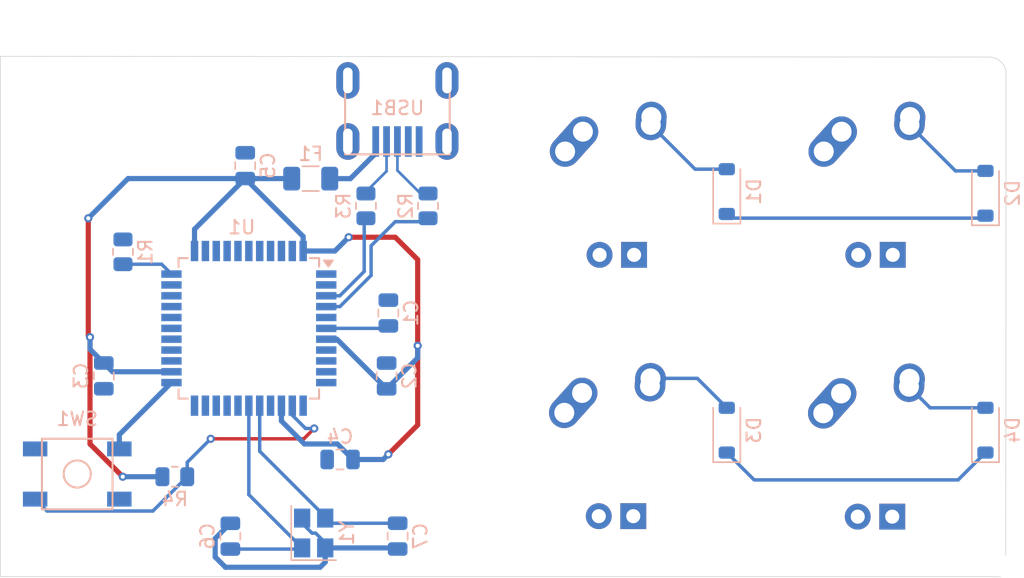
<source format=kicad_pcb>
(kicad_pcb (version 20241229) (generator "pcbnew") (generator_version "9.0")
  (layers (0 "F.Cu" signal) (2 "B.Cu" signal) (13 "F.Paste" user) (15 "B.Paste" user) (5 "F.SilkS" user "F.Silkscreen") (7 "B.SilkS" user "B.Silkscreen") (1 "F.Mask" user) (3 "B.Mask" user) (25 "Edge.Cuts" user))
  (net 0 "")
  (net 1 "GND")
  (net 2 "Net-(U1-UCAP)")
  (net 3 "+5V")
  (net 4 "Net-(U1-XTAL1)")
  (net 5 "Net-(U1-XTAL2)")
  (net 6 "ROW0")
  (net 7 "Net-(D1-A)")
  (net 8 "Net-(D2-A)")
  (net 9 "Net-(D3-A)")
  (net 10 "ROW1")
  (net 11 "Net-(D4-A)")
  (net 12 "VCC")
  (net 13 "COL0")
  (net 14 "COL1")
  (net 15 "Net-(U1-~{HWB}{slash}PE2)")
  (net 16 "Net-(U1-D+)")
  (net 17 "D+")
  (net 18 "D-")
  (net 19 "Net-(U1-D-)")
  (net 20 "Net-(U1-~{RESET})")
  (footprint "MX_Alps_Hybrid:MX-1U" (layer "F.Cu") (at 141.9225 50.32375)
    (property "Reference" "MX1")
    (property "Value" "MX-NoLED")
    (pad "" np_thru_hole circle (at -5.08 0 48.0996) (size 1.75 1.75) (drill 1.75) (layers "*.Cu" "*.Mask"))
    (pad "" np_thru_hole circle (at 0 0) (size 3.9878 3.9878) (drill 3.9878) (layers "*.Cu" "*.Mask"))
    (pad "" np_thru_hole circle (at 5.08 0 48.0996) (size 1.75 1.75) (drill 1.75) (layers "*.Cu" "*.Mask"))
    (pad "1" thru_hole oval (at -3.81 -2.54 48.0996) (size 4.211556 2.25) (drill 1.47 (offset 0.980778 0)) (layers "*.Cu" "B.Mask") (net 13 "COL0"))
    (pad "1" thru_hole circle (at -2.5 -4) (size 2.25 2.25) (drill 1.47) (layers "*.Cu" "B.Mask") (net 13 "COL0"))
    (pad "2" thru_hole oval (at 2.5 -4.5 86.0548) (size 2.831378 2.25) (drill 1.47 (offset 0.290689 0)) (layers "*.Cu" "B.Mask") (net 7 "Net-(D1-A)"))
    (pad "2" thru_hole circle (at 2.54 -5.08) (size 2.25 2.25) (drill 1.47) (layers "*.Cu" "B.Mask") (net 7 "Net-(D1-A)"))
    (pad "3" thru_hole circle (at -1.27 5.08) (size 1.905 1.905) (drill 1.04) (layers "*.Cu" "B.Mask"))
    (pad "4" thru_hole rect (at 1.27 5.08) (size 1.905 1.905) (drill 1.04) (layers "*.Cu" "B.Mask"))
  )
  (footprint "MX_Alps_Hybrid:MX-1U" (layer "F.Cu") (at 160.933905 69.619095)
    (property "Reference" "MX4")
    (property "Value" "MX-NoLED")
    (pad "" np_thru_hole circle (at -5.08 0 48.0996) (size 1.75 1.75) (drill 1.75) (layers "*.Cu" "*.Mask"))
    (pad "" np_thru_hole circle (at 0 0) (size 3.9878 3.9878) (drill 3.9878) (layers "*.Cu" "*.Mask"))
    (pad "" np_thru_hole circle (at 5.08 0 48.0996) (size 1.75 1.75) (drill 1.75) (layers "*.Cu" "*.Mask"))
    (pad "1" thru_hole oval (at -3.81 -2.54 48.0996) (size 4.211556 2.25) (drill 1.47 (offset 0.980778 0)) (layers "*.Cu" "B.Mask") (net 14 "COL1"))
    (pad "1" thru_hole circle (at -2.5 -4) (size 2.25 2.25) (drill 1.47) (layers "*.Cu" "B.Mask") (net 14 "COL1"))
    (pad "2" thru_hole oval (at 2.5 -4.5 86.0548) (size 2.831378 2.25) (drill 1.47 (offset 0.290689 0)) (layers "*.Cu" "B.Mask") (net 11 "Net-(D4-A)"))
    (pad "2" thru_hole circle (at 2.54 -5.08) (size 2.25 2.25) (drill 1.47) (layers "*.Cu" "B.Mask") (net 11 "Net-(D4-A)"))
    (pad "3" thru_hole circle (at -1.27 5.08) (size 1.905 1.905) (drill 1.04) (layers "*.Cu" "B.Mask"))
    (pad "4" thru_hole rect (at 1.27 5.08) (size 1.905 1.905) (drill 1.04) (layers "*.Cu" "B.Mask"))
  )
  (footprint "MX_Alps_Hybrid:MX-1U" (layer "F.Cu") (at 160.9725 50.32375)
    (property "Reference" "MX2")
    (property "Value" "MX-NoLED")
    (pad "" np_thru_hole circle (at -5.08 0 48.0996) (size 1.75 1.75) (drill 1.75) (layers "*.Cu" "*.Mask"))
    (pad "" np_thru_hole circle (at 0 0) (size 3.9878 3.9878) (drill 3.9878) (layers "*.Cu" "*.Mask"))
    (pad "" np_thru_hole circle (at 5.08 0 48.0996) (size 1.75 1.75) (drill 1.75) (layers "*.Cu" "*.Mask"))
    (pad "1" thru_hole oval (at -3.81 -2.54 48.0996) (size 4.211556 2.25) (drill 1.47 (offset 0.980778 0)) (layers "*.Cu" "B.Mask") (net 14 "COL1"))
    (pad "1" thru_hole circle (at -2.5 -4) (size 2.25 2.25) (drill 1.47) (layers "*.Cu" "B.Mask") (net 14 "COL1"))
    (pad "2" thru_hole oval (at 2.5 -4.5 86.0548) (size 2.831378 2.25) (drill 1.47 (offset 0.290689 0)) (layers "*.Cu" "B.Mask") (net 8 "Net-(D2-A)"))
    (pad "2" thru_hole circle (at 2.54 -5.08) (size 2.25 2.25) (drill 1.47) (layers "*.Cu" "B.Mask") (net 8 "Net-(D2-A)"))
    (pad "3" thru_hole circle (at -1.27 5.08) (size 1.905 1.905) (drill 1.04) (layers "*.Cu" "B.Mask"))
    (pad "4" thru_hole rect (at 1.27 5.08) (size 1.905 1.905) (drill 1.04) (layers "*.Cu" "B.Mask"))
  )
  (footprint "MX_Alps_Hybrid:MX-1U" (layer "F.Cu") (at 141.862047 69.583178)
    (property "Reference" "MX3")
    (property "Value" "MX-NoLED")
    (pad "" np_thru_hole circle (at -5.08 0 48.0996) (size 1.75 1.75) (drill 1.75) (layers "*.Cu" "*.Mask"))
    (pad "" np_thru_hole circle (at 0 0) (size 3.9878 3.9878) (drill 3.9878) (layers "*.Cu" "*.Mask"))
    (pad "" np_thru_hole circle (at 5.08 0 48.0996) (size 1.75 1.75) (drill 1.75) (layers "*.Cu" "*.Mask"))
    (pad "1" thru_hole oval (at -3.81 -2.54 48.0996) (size 4.211556 2.25) (drill 1.47 (offset 0.980778 0)) (layers "*.Cu" "B.Mask") (net 13 "COL0"))
    (pad "1" thru_hole circle (at -2.5 -4) (size 2.25 2.25) (drill 1.47) (layers "*.Cu" "B.Mask") (net 13 "COL0"))
    (pad "2" thru_hole oval (at 2.5 -4.5 86.0548) (size 2.831378 2.25) (drill 1.47 (offset 0.290689 0)) (layers "*.Cu" "B.Mask") (net 9 "Net-(D3-A)"))
    (pad "2" thru_hole circle (at 2.54 -5.08) (size 2.25 2.25) (drill 1.47) (layers "*.Cu" "B.Mask") (net 9 "Net-(D3-A)"))
    (pad "3" thru_hole circle (at -1.27 5.08) (size 1.905 1.905) (drill 1.04) (layers "*.Cu" "B.Mask"))
    (pad "4" thru_hole rect (at 1.27 5.08) (size 1.905 1.905) (drill 1.04) (layers "*.Cu" "B.Mask"))
  )
  (footprint "Resistor_SMD:R_0805_2012Metric" (layer "B.Cu") (at 105.552 55.1795 90)
    (property "Reference" "R1" (at 0 1.65 90) (layer "B.SilkS") (effects (justify mirror)))
    (property "Value" "10k")
    (fp_line (start -0.227064 -0.735) (end 0.227064 -0.735) (stroke (width 0.12)) (layer "B.SilkS"))
    (fp_line (start -0.227064 0.735) (end 0.227064 0.735) (stroke (width 0.12)) (layer "B.SilkS"))
    (pad "1" smd roundrect (at -0.9125 0 90) (size 1.025 1.4) (layers "B.Cu" "B.Mask" "B.Paste") (roundrect_rratio 0.243902) (net 15 "Net-(U1-~{HWB}{slash}PE2)"))
    (pad "2" smd roundrect (at 0.9125 0 90) (size 1.025 1.4) (layers "B.Cu" "B.Mask" "B.Paste") (roundrect_rratio 0.243902) (net 1 "GND"))
  )
  (footprint "Resistor_SMD:R_0805_2012Metric" (layer "B.Cu") (at 109.3705 71.755)
    (property "Reference" "R4" (at 0 1.65 0) (layer "B.SilkS") (effects (justify mirror)))
    (property "Value" "10k")
    (fp_line (start -0.227064 -0.735) (end 0.227064 -0.735) (stroke (width 0.12)) (layer "B.SilkS"))
    (fp_line (start -0.227064 0.735) (end 0.227064 0.735) (stroke (width 0.12)) (layer "B.SilkS"))
    (pad "1" smd roundrect (at -0.9125 0) (size 1.025 1.4) (layers "B.Cu" "B.Mask" "B.Paste") (roundrect_rratio 0.243902) (net 3 "+5V"))
    (pad "2" smd roundrect (at 0.9125 0) (size 1.025 1.4) (layers "B.Cu" "B.Mask" "B.Paste") (roundrect_rratio 0.243902) (net 20 "Net-(U1-~{RESET})"))
  )
  (footprint "Capacitor_SMD:C_0805_2012Metric" (layer "B.Cu") (at 104.14 64.323 -90)
    (property "Reference" "C3" (at 0 1.68 90) (layer "B.SilkS") (effects (justify mirror)))
    (property "Value" "0.1uF")
    (fp_line (start -0.261252 0.735) (end 0.261252 0.735) (stroke (width 0.12)) (layer "B.SilkS"))
    (fp_line (start -0.261252 -0.735) (end 0.261252 -0.735) (stroke (width 0.12)) (layer "B.SilkS"))
    (pad "1" smd roundrect (at -0.95 0 270) (size 1 1.45) (layers "B.Cu" "B.Mask" "B.Paste") (net 3 "+5V"))
    (pad "2" smd roundrect (at 0.95 0 270) (size 1 1.45) (layers "B.Cu" "B.Mask" "B.Paste") (net 1 "GND"))
  )
  (footprint "Fuse:Fuse_1206_3216Metric" (layer "B.Cu") (at 119.377 49.784 180)
    (property "Reference" "F1" (at 0 1.82 0) (layer "B.SilkS") (effects (justify mirror)))
    (property "Value" "500mA")
    (fp_line (start -0.602064 0.91) (end 0.602064 0.91) (stroke (width 0.12)) (layer "B.SilkS"))
    (fp_line (start -0.602064 -0.91) (end 0.602064 -0.91) (stroke (width 0.12)) (layer "B.SilkS"))
    (pad "1" smd roundrect (at -1.4 0 180) (size 1.25 1.75) (layers "B.Cu" "B.Mask" "B.Paste") (roundrect_rratio 0.2) (net 12 "VCC"))
    (pad "2" smd roundrect (at 1.4 0 180) (size 1.25 1.75) (layers "B.Cu" "B.Mask" "B.Paste") (roundrect_rratio 0.2) (net 3 "+5V"))
  )
  (footprint "Capacitor_SMD:C_0805_2012Metric" (layer "B.Cu") (at 125.779 76.134 90)
    (property "Reference" "C7" (at 0 1.68 90) (layer "B.SilkS") (effects (justify mirror)))
    (property "Value" "22pF")
    (fp_line (start -0.261252 -0.735) (end 0.261252 -0.735) (stroke (width 0.12)) (layer "B.SilkS"))
    (fp_line (start -0.261252 0.735) (end 0.261252 0.735) (stroke (width 0.12)) (layer "B.SilkS"))
    (pad "1" smd roundrect (at -0.95 0 90) (size 1 1.45) (layers "B.Cu" "B.Mask" "B.Paste") (net 1 "GND"))
    (pad "2" smd roundrect (at 0.95 0 90) (size 1 1.45) (layers "B.Cu" "B.Mask" "B.Paste") (net 5 "Net-(U1-XTAL2)"))
  )
  (footprint "Resistor_SMD:R_0805_2012Metric" (layer "B.Cu") (at 123.444 51.7925 -90)
    (property "Reference" "R3" (at 0 1.65 90) (layer "B.SilkS") (effects (justify mirror)))
    (property "Value" "22")
    (fp_line (start -0.227064 0.735) (end 0.227064 0.735) (stroke (width 0.12)) (layer "B.SilkS"))
    (fp_line (start -0.227064 -0.735) (end 0.227064 -0.735) (stroke (width 0.12)) (layer "B.SilkS"))
    (pad "1" smd roundrect (at -0.9125 0 270) (size 1.025 1.4) (layers "B.Cu" "B.Mask" "B.Paste") (roundrect_rratio 0.243902) (net 18 "D-"))
    (pad "2" smd roundrect (at 0.9125 0 270) (size 1.025 1.4) (layers "B.Cu" "B.Mask" "B.Paste") (roundrect_rratio 0.243902) (net 19 "Net-(U1-D-)"))
  )
  (footprint "Diode_SMD:D_SOD-123" (layer "B.Cu") (at 150.01875 68.325 90)
    (property "Reference" "D3" (at 0 2 90) (layer "B.SilkS") (effects (justify mirror)))
    (property "Value" "SOD-123")
    (fp_line (start -2.36 -1) (end 1.65 -1) (stroke (width 0.12)) (layer "B.SilkS"))
    (fp_line (start -2.36 1) (end -2.36 -1) (stroke (width 0.12)) (layer "B.SilkS"))
    (fp_line (start -2.36 1) (end 1.65 1) (stroke (width 0.12)) (layer "B.SilkS"))
    (pad "1" smd roundrect (at -1.65 0 90) (size 0.9 1.2) (layers "B.Cu" "B.Mask" "B.Paste") (net 10 "ROW1"))
    (pad "2" smd roundrect (at 1.65 0 90) (size 0.9 1.2) (layers "B.Cu" "B.Mask" "B.Paste") (net 9 "Net-(D3-A)"))
  )
  (footprint "Resistor_SMD:R_0805_2012Metric" (layer "B.Cu") (at 128.016 51.7925 -90)
    (property "Reference" "R2" (at 0 1.65 90) (layer "B.SilkS") (effects (justify mirror)))
    (property "Value" "22")
    (fp_line (start -0.227064 0.735) (end 0.227064 0.735) (stroke (width 0.12)) (layer "B.SilkS"))
    (fp_line (start -0.227064 -0.735) (end 0.227064 -0.735) (stroke (width 0.12)) (layer "B.SilkS"))
    (pad "1" smd roundrect (at -0.9125 0 270) (size 1.025 1.4) (layers "B.Cu" "B.Mask" "B.Paste") (roundrect_rratio 0.243902) (net 17 "D+"))
    (pad "2" smd roundrect (at 0.9125 0 270) (size 1.025 1.4) (layers "B.Cu" "B.Mask" "B.Paste") (roundrect_rratio 0.243902) (net 16 "Net-(U1-D+)"))
  )
  (footprint "Capacitor_SMD:C_0805_2012Metric" (layer "B.Cu") (at 125.095 59.69 90)
    (property "Reference" "C1" (at 0 1.68 90) (layer "B.SilkS") (effects (justify mirror)))
    (property "Value" "1uF")
    (fp_line (start -0.261252 -0.735) (end 0.261252 -0.735) (stroke (width 0.12)) (layer "B.SilkS"))
    (fp_line (start -0.261252 0.735) (end 0.261252 0.735) (stroke (width 0.12)) (layer "B.SilkS"))
    (pad "1" smd roundrect (at -0.95 0 90) (size 1 1.45) (layers "B.Cu" "B.Mask" "B.Paste") (net 2 "Net-(U1-UCAP)"))
    (pad "2" smd roundrect (at 0.95 0 90) (size 1 1.45) (layers "B.Cu" "B.Mask" "B.Paste") (net 1 "GND"))
  )
  (footprint "Capacitor_SMD:C_0805_2012Metric" (layer "B.Cu") (at 121.539 70.485 180)
    (property "Reference" "C4" (at 0 1.68 0) (layer "B.SilkS") (effects (justify mirror)))
    (property "Value" "0.1uF")
    (fp_line (start -0.261252 0.735) (end 0.261252 0.735) (stroke (width 0.12)) (layer "B.SilkS"))
    (fp_line (start -0.261252 -0.735) (end 0.261252 -0.735) (stroke (width 0.12)) (layer "B.SilkS"))
    (pad "1" smd roundrect (at -0.95 0 180) (size 1 1.45) (layers "B.Cu" "B.Mask" "B.Paste") (net 3 "+5V"))
    (pad "2" smd roundrect (at 0.95 0 180) (size 1 1.45) (layers "B.Cu" "B.Mask" "B.Paste") (net 1 "GND"))
  )
  (footprint "Capacitor_SMD:C_0805_2012Metric" (layer "B.Cu") (at 124.968 64.328 90)
    (property "Reference" "C2" (at 0 1.68 90) (layer "B.SilkS") (effects (justify mirror)))
    (property "Value" "0.1uF")
    (fp_line (start -0.261252 -0.735) (end 0.261252 -0.735) (stroke (width 0.12)) (layer "B.SilkS"))
    (fp_line (start -0.261252 0.735) (end 0.261252 0.735) (stroke (width 0.12)) (layer "B.SilkS"))
    (pad "1" smd roundrect (at -0.95 0 90) (size 1 1.45) (layers "B.Cu" "B.Mask" "B.Paste") (net 3 "+5V"))
    (pad "2" smd roundrect (at 0.95 0 90) (size 1 1.45) (layers "B.Cu" "B.Mask" "B.Paste") (net 1 "GND"))
  )
  (footprint "Diode_SMD:D_SOD-123" (layer "B.Cu") (at 169.06875 68.325 90)
    (property "Reference" "D4" (at 0 2 90) (layer "B.SilkS") (effects (justify mirror)))
    (property "Value" "SOD-123")
    (fp_line (start -2.36 -1) (end 1.65 -1) (stroke (width 0.12)) (layer "B.SilkS"))
    (fp_line (start -2.36 1) (end -2.36 -1) (stroke (width 0.12)) (layer "B.SilkS"))
    (fp_line (start -2.36 1) (end 1.65 1) (stroke (width 0.12)) (layer "B.SilkS"))
    (pad "1" smd roundrect (at -1.65 0 90) (size 0.9 1.2) (layers "B.Cu" "B.Mask" "B.Paste") (net 10 "ROW1"))
    (pad "2" smd roundrect (at 1.65 0 90) (size 0.9 1.2) (layers "B.Cu" "B.Mask" "B.Paste") (net 11 "Net-(D4-A)"))
  )
  (footprint "Capacitor_SMD:C_0805_2012Metric" (layer "B.Cu") (at 113.46 76.139 -90)
    (property "Reference" "C6" (at 0 1.68 90) (layer "B.SilkS") (effects (justify mirror)))
    (property "Value" "22pF")
    (fp_line (start -0.261252 0.735) (end 0.261252 0.735) (stroke (width 0.12)) (layer "B.SilkS"))
    (fp_line (start -0.261252 -0.735) (end 0.261252 -0.735) (stroke (width 0.12)) (layer "B.SilkS"))
    (pad "1" smd roundrect (at -0.95 0 270) (size 1 1.45) (layers "B.Cu" "B.Mask" "B.Paste") (net 1 "GND"))
    (pad "2" smd roundrect (at 0.95 0 270) (size 1 1.45) (layers "B.Cu" "B.Mask" "B.Paste") (net 4 "Net-(U1-XTAL1)"))
  )
  (footprint "Crystal:Crystal_SMD_3225-4Pin_3.2x2.5mm" (layer "B.Cu") (at 119.595 75.903 90)
    (property "Reference" "Y1" (at 0 2.45 90) (layer "B.SilkS") (effects (justify mirror)))
    (property "Value" "16MHz")
    (fp_line (start -2 -1.65) (end 2 -1.65) (stroke (width 0.12)) (layer "B.SilkS"))
    (fp_line (start -2 1.65) (end -2 -1.65) (stroke (width 0.12)) (layer "B.SilkS"))
    (pad "1" smd rect (at -1.1 -0.85 90) (size 1.4 1.2) (layers "B.Cu" "B.Mask" "B.Paste") (net 4 "Net-(U1-XTAL1)"))
    (pad "2" smd rect (at 1.1 -0.85 90) (size 1.4 1.2) (layers "B.Cu" "B.Mask" "B.Paste") (net 1 "GND"))
    (pad "3" smd rect (at 1.1 0.85 90) (size 1.4 1.2) (layers "B.Cu" "B.Mask" "B.Paste") (net 5 "Net-(U1-XTAL2)"))
    (pad "4" smd rect (at -1.1 0.85 90) (size 1.4 1.2) (layers "B.Cu" "B.Mask" "B.Paste") (net 1 "GND"))
  )
  (footprint "Capacitor_SMD:C_0805_2012Metric" (layer "B.Cu") (at 114.554 48.829 90)
    (property "Reference" "C5" (at 0 1.68 90) (layer "B.SilkS") (effects (justify mirror)))
    (property "Value" "10uF")
    (fp_line (start -0.261252 -0.735) (end 0.261252 -0.735) (stroke (width 0.12)) (layer "B.SilkS"))
    (fp_line (start -0.261252 0.735) (end 0.261252 0.735) (stroke (width 0.12)) (layer "B.SilkS"))
    (pad "1" smd roundrect (at -0.95 0 90) (size 1 1.45) (layers "B.Cu" "B.Mask" "B.Paste") (net 3 "+5V"))
    (pad "2" smd roundrect (at 0.95 0 90) (size 1 1.45) (layers "B.Cu" "B.Mask" "B.Paste") (net 1 "GND"))
  )
  (footprint "Package_QFP:TQFP-44_10x10mm_P0.8mm" (layer "B.Cu") (at 114.821 60.818 180)
    (property "Reference" "U1" (at 0.521 7.45 0) (layer "B.SilkS") (effects (justify mirror)))
    (property "Value" "ATmega32U4-A")
    (fp_line (start 5.175 5.175) (end 5.175 4.5) (stroke (width 0.15)) (layer "B.SilkS"))
    (fp_line (start 5.175 5.175) (end 4.5 5.175) (stroke (width 0.15)) (layer "B.SilkS"))
    (fp_line (start 5.175 -5.175) (end 5.175 -4.5) (stroke (width 0.15)) (layer "B.SilkS"))
    (fp_line (start 5.175 -5.175) (end 4.5 -5.175) (stroke (width 0.15)) (layer "B.SilkS"))
    (fp_line (start -5.175 5.175) (end -4.5 5.175) (stroke (width 0.15)) (layer "B.SilkS"))
    (fp_line (start -5.175 5.175) (end -5.175 4.56) (stroke (width 0.15)) (layer "B.SilkS"))
    (fp_line (start -5.175 -5.175) (end -4.5 -5.175) (stroke (width 0.15)) (layer "B.SilkS"))
    (fp_line (start -5.175 -5.175) (end -5.175 -4.5) (stroke (width 0.15)) (layer "B.SilkS"))
    (fp_poly (pts (xy -5.86 4.54) (xy -6.2 5.01) (xy -5.52 5.01) (xy -5.86 4.54)) (stroke (width 0.12)) (fill yes) (layer "B.SilkS"))
    (pad "1" smd rect (at -5.7 4 180) (size 1.5 0.55) (layers "B.Cu" "B.Mask" "B.Paste"))
    (pad "2" smd rect (at -5.7 3.2 180) (size 1.5 0.55) (layers "B.Cu" "B.Mask" "B.Paste") (net 3 "+5V"))
    (pad "3" smd rect (at -5.7 2.4 180) (size 1.5 0.55) (layers "B.Cu" "B.Mask" "B.Paste") (net 19 "Net-(U1-D-)"))
    (pad "4" smd rect (at -5.7 1.6 180) (size 1.5 0.55) (layers "B.Cu" "B.Mask" "B.Paste") (net 16 "Net-(U1-D+)"))
    (pad "5" smd rect (at -5.7 0.8 180) (size 1.5 0.55) (layers "B.Cu" "B.Mask" "B.Paste") (net 1 "GND"))
    (pad "6" smd rect (at -5.7 0 180) (size 1.5 0.55) (layers "B.Cu" "B.Mask" "B.Paste") (net 2 "Net-(U1-UCAP)"))
    (pad "7" smd rect (at -5.7 -0.8 180) (size 1.5 0.55) (layers "B.Cu" "B.Mask" "B.Paste") (net 3 "+5V"))
    (pad "8" smd rect (at -5.7 -1.6 180) (size 1.5 0.55) (layers "B.Cu" "B.Mask" "B.Paste"))
    (pad "9" smd rect (at -5.7 -2.4 180) (size 1.5 0.55) (layers "B.Cu" "B.Mask" "B.Paste"))
    (pad "10" smd rect (at -5.7 -3.2 180) (size 1.5 0.55) (layers "B.Cu" "B.Mask" "B.Paste"))
    (pad "11" smd rect (at -5.7 -4 180) (size 1.5 0.55) (layers "B.Cu" "B.Mask" "B.Paste"))
    (pad "12" smd rect (at -4 -5.7 90) (size 1.5 0.55) (layers "B.Cu" "B.Mask" "B.Paste"))
    (pad "13" smd rect (at -3.2 -5.7 90) (size 1.5 0.55) (layers "B.Cu" "B.Mask" "B.Paste") (net 20 "Net-(U1-~{RESET})"))
    (pad "14" smd rect (at -2.4 -5.7 90) (size 1.5 0.55) (layers "B.Cu" "B.Mask" "B.Paste") (net 3 "+5V"))
    (pad "15" smd rect (at -1.6 -5.7 90) (size 1.5 0.55) (layers "B.Cu" "B.Mask" "B.Paste") (net 1 "GND"))
    (pad "16" smd rect (at -0.8 -5.7 90) (size 1.5 0.55) (layers "B.Cu" "B.Mask" "B.Paste") (net 5 "Net-(U1-XTAL2)"))
    (pad "17" smd rect (at 0 -5.7 90) (size 1.5 0.55) (layers "B.Cu" "B.Mask" "B.Paste") (net 4 "Net-(U1-XTAL1)"))
    (pad "18" smd rect (at 0.8 -5.7 90) (size 1.5 0.55) (layers "B.Cu" "B.Mask" "B.Paste"))
    (pad "19" smd rect (at 1.6 -5.7 90) (size 1.5 0.55) (layers "B.Cu" "B.Mask" "B.Paste"))
    (pad "20" smd rect (at 2.4 -5.7 90) (size 1.5 0.55) (layers "B.Cu" "B.Mask" "B.Paste"))
    (pad "21" smd rect (at 3.2 -5.7 90) (size 1.5 0.55) (layers "B.Cu" "B.Mask" "B.Paste"))
    (pad "22" smd rect (at 4 -5.7 90) (size 1.5 0.55) (layers "B.Cu" "B.Mask" "B.Paste"))
    (pad "23" smd rect (at 5.7 -4 180) (size 1.5 0.55) (layers "B.Cu" "B.Mask" "B.Paste") (net 1 "GND"))
    (pad "24" smd rect (at 5.7 -3.2 180) (size 1.5 0.55) (layers "B.Cu" "B.Mask" "B.Paste") (net 3 "+5V"))
    (pad "25" smd rect (at 5.7 -2.4 180) (size 1.5 0.55) (layers "B.Cu" "B.Mask" "B.Paste"))
    (pad "26" smd rect (at 5.7 -1.6 180) (size 1.5 0.55) (layers "B.Cu" "B.Mask" "B.Paste"))
    (pad "27" smd rect (at 5.7 -0.8 180) (size 1.5 0.55) (layers "B.Cu" "B.Mask" "B.Paste"))
    (pad "28" smd rect (at 5.7 0 180) (size 1.5 0.55) (layers "B.Cu" "B.Mask" "B.Paste"))
    (pad "29" smd rect (at 5.7 0.8 180) (size 1.5 0.55) (layers "B.Cu" "B.Mask" "B.Paste"))
    (pad "30" smd rect (at 5.7 1.6 180) (size 1.5 0.55) (layers "B.Cu" "B.Mask" "B.Paste"))
    (pad "31" smd rect (at 5.7 2.4 180) (size 1.5 0.55) (layers "B.Cu" "B.Mask" "B.Paste"))
    (pad "32" smd rect (at 5.7 3.2 180) (size 1.5 0.55) (layers "B.Cu" "B.Mask" "B.Paste"))
    (pad "33" smd rect (at 5.7 4 180) (size 1.5 0.55) (layers "B.Cu" "B.Mask" "B.Paste") (net 15 "Net-(U1-~{HWB}{slash}PE2)"))
    (pad "34" smd rect (at 4 5.7 90) (size 1.5 0.55) (layers "B.Cu" "B.Mask" "B.Paste") (net 3 "+5V"))
    (pad "35" smd rect (at 3.2 5.7 90) (size 1.5 0.55) (layers "B.Cu" "B.Mask" "B.Paste") (net 1 "GND"))
    (pad "36" smd rect (at 2.4 5.7 90) (size 1.5 0.55) (layers "B.Cu" "B.Mask" "B.Paste"))
    (pad "37" smd rect (at 1.6 5.7 90) (size 1.5 0.55) (layers "B.Cu" "B.Mask" "B.Paste"))
    (pad "38" smd rect (at 0.8 5.7 90) (size 1.5 0.55) (layers "B.Cu" "B.Mask" "B.Paste"))
    (pad "39" smd rect (at 0 5.7 90) (size 1.5 0.55) (layers "B.Cu" "B.Mask" "B.Paste"))
    (pad "40" smd rect (at -0.8 5.7 90) (size 1.5 0.55) (layers "B.Cu" "B.Mask" "B.Paste"))
    (pad "41" smd rect (at -1.6 5.7 90) (size 1.5 0.55) (layers "B.Cu" "B.Mask" "B.Paste"))
    (pad "42" smd rect (at -2.4 5.7 90) (size 1.5 0.55) (layers "B.Cu" "B.Mask" "B.Paste"))
    (pad "43" smd rect (at -3.2 5.7 90) (size 1.5 0.55) (layers "B.Cu" "B.Mask" "B.Paste") (net 1 "GND"))
    (pad "44" smd rect (at -4 5.7 90) (size 1.5 0.55) (layers "B.Cu" "B.Mask" "B.Paste") (net 3 "+5V"))
  )
  (footprint "Diode_SMD:D_SOD-123" (layer "B.Cu") (at 169.06875 50.8625 90)
    (property "Reference" "D2" (at 0 2 90) (layer "B.SilkS") (effects (justify mirror)))
    (property "Value" "SOD-123")
    (fp_line (start -2.36 -1) (end 1.65 -1) (stroke (width 0.12)) (layer "B.SilkS"))
    (fp_line (start -2.36 1) (end -2.36 -1) (stroke (width 0.12)) (layer "B.SilkS"))
    (fp_line (start -2.36 1) (end 1.65 1) (stroke (width 0.12)) (layer "B.SilkS"))
    (pad "1" smd roundrect (at -1.65 0 90) (size 0.9 1.2) (layers "B.Cu" "B.Mask" "B.Paste") (net 6 "ROW0"))
    (pad "2" smd roundrect (at 1.65 0 90) (size 0.9 1.2) (layers "B.Cu" "B.Mask" "B.Paste") (net 8 "Net-(D2-A)"))
  )
  (footprint "Diode_SMD:D_SOD-123" (layer "B.Cu") (at 150.01875 50.7375 90)
    (property "Reference" "D1" (at 0 2 90) (layer "B.SilkS") (effects (justify mirror)))
    (property "Value" "SOD-123")
    (fp_line (start -2.36 -1) (end 1.65 -1) (stroke (width 0.12)) (layer "B.SilkS"))
    (fp_line (start -2.36 1) (end -2.36 -1) (stroke (width 0.12)) (layer "B.SilkS"))
    (fp_line (start -2.36 1) (end 1.65 1) (stroke (width 0.12)) (layer "B.SilkS"))
    (pad "1" smd roundrect (at -1.65 0 90) (size 0.9 1.2) (layers "B.Cu" "B.Mask" "B.Paste") (net 6 "ROW0"))
    (pad "2" smd roundrect (at 1.65 0 90) (size 0.9 1.2) (layers "B.Cu" "B.Mask" "B.Paste") (net 7 "Net-(D1-A)"))
  )
  (footprint "random-keyboard-parts:Molex-0548190589" (layer "B.Cu") (at 125.763 42.545 -90)
    (property "Reference" "USB1" (at 2.032 0 0) (layer "B.SilkS") (effects (justify mirror)))
    (property "Value" "Molex-0548190589")
    (fp_line (start 0 3.85) (end 5.45 3.85) (stroke (width 0.15)) (layer "B.SilkS"))
    (fp_line (start 5.45 3.85) (end 5.45 -3.85) (stroke (width 0.15)) (layer "B.SilkS"))
    (fp_line (start 0 -3.85) (end 5.45 -3.85) (stroke (width 0.15)) (layer "B.SilkS"))
    (pad "1" smd rect (at 4.5 -1.6 270) (size 2.25 0.5) (layers "B.Cu" "B.Mask" "B.Paste") (net 1 "GND"))
    (pad "2" smd rect (at 4.5 -0.8 270) (size 2.25 0.5) (layers "B.Cu" "B.Mask" "B.Paste"))
    (pad "3" smd rect (at 4.5 0 270) (size 2.25 0.5) (layers "B.Cu" "B.Mask" "B.Paste") (net 17 "D+"))
    (pad "4" smd rect (at 4.5 0.8 270) (size 2.25 0.5) (layers "B.Cu" "B.Mask" "B.Paste") (net 18 "D-"))
    (pad "5" smd rect (at 4.5 1.6 270) (size 2.25 0.5) (layers "B.Cu" "B.Mask" "B.Paste") (net 12 "VCC"))
    (pad "6" thru_hole oval (at 0 -3.65 270) (size 2.7 1.7) (drill oval 1.9 0.7) (layers "*.Cu" "*.Mask") (net 1 "GND"))
    (pad "6" thru_hole oval (at 0 3.65 270) (size 2.7 1.7) (drill oval 1.9 0.7) (layers "*.Cu" "*.Mask") (net 1 "GND"))
    (pad "6" thru_hole oval (at 4.5 -3.65 270) (size 2.7 1.7) (drill oval 1.9 0.7) (layers "*.Cu" "*.Mask") (net 1 "GND"))
    (pad "6" thru_hole oval (at 4.5 3.65 270) (size 2.7 1.7) (drill oval 1.9 0.7) (layers "*.Cu" "*.Mask") (net 1 "GND"))
  )
  (footprint "random-keyboard-parts:SKQG-1155865" (layer "B.Cu") (at 102.183 71.556)
    (property "Reference" "SW1" (at 0 -4.064 0) (layer "B.SilkS") (effects (justify mirror)))
    (property "Value" "SW_Push")
    (fp_line (start -2.6 -2.6) (end -2.6 2.6) (stroke (width 0.15)) (layer "B.SilkS"))
    (fp_line (start -2.6 2.6) (end 2.6 2.6) (stroke (width 0.15)) (layer "B.SilkS"))
    (fp_line (start 2.6 -2.6) (end -2.6 -2.6) (stroke (width 0.15)) (layer "B.SilkS"))
    (fp_line (start 2.6 2.6) (end 2.6 -2.6) (stroke (width 0.15)) (layer "B.SilkS"))
    (fp_circle (center 0 0) (end 1 0) (stroke (width 0.15)) (fill no) (layer "B.SilkS"))
    (pad "1" smd rect (at 3.1 -1.85) (size 1.8 1.1) (layers "B.Cu" "B.Mask" "B.Paste") (net 1 "GND"))
    (pad "2" smd rect (at -3.1 1.85) (size 1.8 1.1) (layers "B.Cu" "B.Mask" "B.Paste") (net 20 "Net-(U1-~{RESET})"))
    (pad "3" smd rect (at 3.1 1.85) (size 1.8 1.1) (layers "B.Cu" "B.Mask" "B.Paste"))
    (pad "4" smd rect (at -3.1 -1.85) (size 1.8 1.1) (layers "B.Cu" "B.Mask" "B.Paste"))
  )
  (gr_line (start 170.18 79.121) (end 96.52 79.121) (stroke (width 0.05)) (layer "Edge.Cuts"))
  (gr_line (start 96.52 79.121) (end 96.52 40.767) (stroke (width 0.05)) (layer "Edge.Cuts"))
  (gr_line (start 169.403356 40.824567) (end 96.52 40.767) (stroke (width 0.05)) (layer "Edge.Cuts"))
  (gr_line (start 170.584933 41.885449) (end 170.564245 77.554464) (stroke (width 0.05)) (layer "Edge.Cuts"))
  (gr_arc (start 169.403362 40.824567) (mid 170.18 41.148) (end 170.584933 41.885432) (stroke (width 0.05)) (layer "Edge.Cuts"))
  (segment (start 105.283 68.656) (end 109.121 64.818) (width 0.381) (layer "B.Cu") (net 1))
  (segment (start 120.0715 78.4295) (end 120.445 78.056) (width 0.381) (layer "B.Cu") (net 1))
  (segment (start 119.7365 75.9115) (end 120.445 76.62) (width 0.254) (layer "B.Cu") (net 1))
  (segment (start 120.445 76.62) (end 120.445 77.003) (width 0.254) (layer "B.Cu") (net 1))
  (segment (start 112.3435 77.6725) (end 113.1005 78.4295) (width 0.381) (layer "B.Cu") (net 1))
  (segment (start 120.445 78.056) (end 120.445 77.003) (width 0.381) (layer "B.Cu") (net 1))
  (segment (start 105.283 69.706) (end 105.283 68.656) (width 0.381) (layer "B.Cu") (net 1))
  (segment (start 113.1005 78.4295) (end 120.0715 78.4295) (width 0.381) (layer "B.Cu") (net 1))
  (segment (start 125.698 77.003) (end 125.779 77.084) (width 0.381) (layer "B.Cu") (net 1))
  (segment (start 113.46 75.189) (end 112.3435 76.3055) (width 0.381) (layer "B.Cu") (net 1))
  (segment (start 119.4725 75.9115) (end 119.7365 75.9115) (width 0.254) (layer "B.Cu") (net 1))
  (segment (start 120.445 77.003) (end 125.698 77.003) (width 0.381) (layer "B.Cu") (net 1))
  (segment (start 118.745 75.184) (end 119.4725 75.9115) (width 0.254) (layer "B.Cu") (net 1))
  (segment (start 118.745 74.803) (end 118.745 75.184) (width 0.254) (layer "B.Cu") (net 1))
  (segment (start 112.3435 76.3055) (end 112.3435 77.6725) (width 0.381) (layer "B.Cu") (net 1))
  (segment (start 124.917 60.818) (end 125.095 60.64) (width 0.254) (layer "B.Cu") (net 2))
  (segment (start 120.521 60.818) (end 124.917 60.818) (width 0.254) (layer "B.Cu") (net 2))
  (segment (start 125.603 54.102) (end 122.174 54.102) (width 0.381) (layer "F.Cu") (net 3))
  (segment (start 127.254 55.753) (end 125.603 54.102) (width 0.381) (layer "F.Cu") (net 3))
  (segment (start 103.124 61.468) (end 103.124 69.342) (width 0.381) (layer "F.Cu") (net 3))
  (segment (start 103.124 69.342) (end 105.537 71.755) (width 0.381) (layer "F.Cu") (net 3))
  (segment (start 102.997 52.705) (end 102.997 61.341) (width 0.381) (layer "F.Cu") (net 3))
  (segment (start 127.254 67.945) (end 125.095 70.104) (width 0.381) (layer "F.Cu") (net 3))
  (segment (start 127.254 62.103) (end 127.254 67.945) (width 0.381) (layer "F.Cu") (net 3))
  (segment (start 102.997 61.341) (end 103.124 61.468) (width 0.381) (layer "F.Cu") (net 3))
  (segment (start 127.254 62.103) (end 127.254 55.753) (width 0.381) (layer "F.Cu") (net 3))
  (via (at 102.997 52.705) (size 0.6) (drill 0.3) (layers "F.Cu" "B.Cu") (net 3))
  (via (at 125.095 70.104) (size 0.6) (drill 0.3) (layers "F.Cu" "B.Cu") (net 3))
  (via (at 103.124 61.468) (size 0.6) (drill 0.3) (layers "F.Cu" "B.Cu") (net 3))
  (via (at 127.254 62.103) (size 0.6) (drill 0.3) (layers "F.Cu" "B.Cu") (net 3))
  (via (at 122.174 54.102) (size 0.6) (drill 0.3) (layers "F.Cu" "B.Cu") (net 3))
  (via (at 105.537 71.755) (size 0.6) (drill 0.3) (layers "F.Cu" "B.Cu") (net 3))
  (segment (start 105.923 49.779) (end 102.997 52.705) (width 0.381) (layer "B.Cu") (net 3))
  (segment (start 114.554 49.779) (end 117.4775 52.7025) (width 0.381) (layer "B.Cu") (net 3))
  (segment (start 104.14 63.373) (end 104.785 64.018) (width 0.381) (layer "B.Cu") (net 3))
  (segment (start 122.489 70.485) (end 121.346 69.342) (width 0.381) (layer "B.Cu") (net 3))
  (segment (start 103.124 61.468) (end 103.124 62.357) (width 0.381) (layer "B.Cu") (net 3))
  (segment (start 117.4775 52.7025) (end 118.821 54.046) (width 0.381) (layer "B.Cu") (net 3))
  (segment (start 114.554 49.779) (end 111.6305 52.7025) (width 0.381) (layer "B.Cu") (net 3))
  (segment (start 124.968 65.278) (end 121.308 61.618) (width 0.381) (layer "B.Cu") (net 3))
  (segment (start 117.221 67.649) (end 117.221 66.518) (width 0.381) (layer "B.Cu") (net 3))
  (segment (start 117.972 49.779) (end 117.977 49.784) (width 0.381) (layer "B.Cu") (net 3))
  (segment (start 108.458 71.755) (end 105.537 71.755) (width 0.381) (layer "B.Cu") (net 3))
  (segment (start 127.254 62.992) (end 124.968 65.278) (width 0.381) (layer "B.Cu") (net 3))
  (segment (start 118.821 55.118) (end 121.158 55.118) (width 0.381) (layer "B.Cu") (net 3))
  (segment (start 104.785 64.018) (end 109.121 64.018) (width 0.381) (layer "B.Cu") (net 3))
  (segment (start 103.124 62.357) (end 104.14 63.373) (width 0.381) (layer "B.Cu") (net 3))
  (segment (start 111.6305 52.7025) (end 110.821 53.512) (width 0.381) (layer "B.Cu") (net 3))
  (segment (start 114.554 49.779) (end 105.923 49.779) (width 0.381) (layer "B.Cu") (net 3))
  (segment (start 118.914 69.342) (end 117.221 67.649) (width 0.381) (layer "B.Cu") (net 3))
  (segment (start 122.489 70.485) (end 124.714 70.485) (width 0.381) (layer "B.Cu") (net 3))
  (segment (start 110.821 53.512) (end 110.821 55.118) (width 0.381) (layer "B.Cu") (net 3))
  (segment (start 114.554 49.779) (end 117.972 49.779) (width 0.381) (layer "B.Cu") (net 3))
  (segment (start 118.821 54.046) (end 118.821 55.118) (width 0.381) (layer "B.Cu") (net 3))
  (segment (start 121.346 69.342) (end 118.914 69.342) (width 0.381) (layer "B.Cu") (net 3))
  (segment (start 121.158 55.118) (end 122.174 54.102) (width 0.381) (layer "B.Cu") (net 3))
  (segment (start 124.714 70.485) (end 125.095 70.104) (width 0.381) (layer "B.Cu") (net 3))
  (segment (start 127.254 62.103) (end 127.254 62.992) (width 0.381) (layer "B.Cu") (net 3))
  (segment (start 121.308 61.618) (end 120.521 61.618) (width 0.381) (layer "B.Cu") (net 3))
  (segment (start 114.821 73.079) (end 118.745 77.003) (width 0.254) (layer "B.Cu") (net 4))
  (segment (start 118.659 77.089) (end 118.745 77.003) (width 0.254) (layer "B.Cu") (net 4))
  (segment (start 113.46 77.089) (end 118.659 77.089) (width 0.254) (layer "B.Cu") (net 4))
  (segment (start 114.821 66.518) (end 114.821 73.079) (width 0.254) (layer "B.Cu") (net 4))
  (segment (start 115.621 69.879) (end 120.445 74.703) (width 0.254) (layer "B.Cu") (net 5))
  (segment (start 115.621 66.518) (end 115.621 69.879) (width 0.254) (layer "B.Cu") (net 5))
  (segment (start 120.826 75.184) (end 120.445 74.803) (width 0.254) (layer "B.Cu") (net 5))
  (segment (start 120.445 74.703) (end 120.445 74.803) (width 0.254) (layer "B.Cu") (net 5))
  (segment (start 125.779 75.184) (end 120.826 75.184) (width 0.254) (layer "B.Cu") (net 5))
  (segment (start 150.3269 52.69565) (end 150.01875 52.3875) (width 0.254) (layer "B.Cu") (net 6))
  (segment (start 169.06875 52.5125) (end 168.8856 52.69565) (width 0.254) (layer "B.Cu") (net 6))
  (segment (start 168.8856 52.69565) (end 150.3269 52.69565) (width 0.254) (layer "B.Cu") (net 6))
  (segment (start 144.4225 45.82375) (end 147.68625 49.0875) (width 0.254) (layer "B.Cu") (net 7))
  (segment (start 147.68625 49.0875) (end 150.01875 49.0875) (width 0.254) (layer "B.Cu") (net 7))
  (segment (start 166.86125 49.2125) (end 163.4725 45.82375) (width 0.254) (layer "B.Cu") (net 8))
  (segment (start 169.06875 49.2125) (end 166.86125 49.2125) (width 0.254) (layer "B.Cu") (net 8))
  (segment (start 144.402047 64.503178) (end 147.846928 64.503178) (width 0.254) (layer "B.Cu") (net 9))
  (segment (start 147.846928 64.503178) (end 150.01875 66.675) (width 0.254) (layer "B.Cu") (net 9))
  (segment (start 167.052755 71.990995) (end 152.034745 71.990995) (width 0.254) (layer "B.Cu") (net 10))
  (segment (start 152.034745 71.990995) (end 150.01875 69.975) (width 0.254) (layer "B.Cu") (net 10))
  (segment (start 169.06875 69.975) (end 167.052755 71.990995) (width 0.254) (layer "B.Cu") (net 10))
  (segment (start 164.98981 66.675) (end 169.06875 66.675) (width 0.254) (layer "B.Cu") (net 11))
  (segment (start 163.433905 65.119095) (end 164.98981 66.675) (width 0.254) (layer "B.Cu") (net 11))
  (segment (start 120.777 49.784) (end 122.299 49.784) (width 0.381) (layer "B.Cu") (net 12))
  (segment (start 122.299 49.784) (end 124.163 47.92) (width 0.381) (layer "B.Cu") (net 12))
  (segment (start 124.163 47.92) (end 124.163 47.045) (width 0.381) (layer "B.Cu") (net 12))
  (segment (start 108.395 56.092) (end 109.121 56.818) (width 0.254) (layer "B.Cu") (net 15))
  (segment (start 105.552 56.092) (end 108.395 56.092) (width 0.254) (layer "B.Cu") (net 15))
  (segment (start 125.603 52.959) (end 123.825 54.737) (width 0.254) (layer "B.Cu") (net 16))
  (segment (start 127.762 52.959) (end 125.603 52.959) (width 0.254) (layer "B.Cu") (net 16))
  (segment (start 128.016 52.705) (end 127.762 52.959) (width 0.254) (layer "B.Cu") (net 16))
  (segment (start 121.525 59.218) (end 120.521 59.218) (width 0.254) (layer "B.Cu") (net 16))
  (segment (start 123.825 54.737) (end 123.825 56.918) (width 0.254) (layer "B.Cu") (net 16))
  (segment (start 123.825 56.918) (end 121.525 59.218) (width 0.254) (layer "B.Cu") (net 16))
  (segment (start 127.461 50.88) (end 128.016 50.88) (width 0.2) (layer "B.Cu") (net 17))
  (segment (start 125.763 49.182) (end 127.461 50.88) (width 0.2) (layer "B.Cu") (net 17))
  (segment (start 125.763 47.045) (end 125.763 49.182) (width 0.2) (layer "B.Cu") (net 17))
  (segment (start 124.963 49.234) (end 123.317 50.88) (width 0.2) (layer "B.Cu") (net 18))
  (segment (start 124.963 47.045) (end 124.963 49.234) (width 0.2) (layer "B.Cu") (net 18))
  (segment (start 123.317 52.705) (end 123.317 56.626) (width 0.254) (layer "B.Cu") (net 19))
  (segment (start 121.525 58.418) (end 120.521 58.418) (width 0.254) (layer "B.Cu") (net 19))
  (segment (start 123.317 56.626) (end 121.525 58.418) (width 0.254) (layer "B.Cu") (net 19))
  (segment (start 119.634 68.199) (end 118.872 68.961) (width 0.254) (layer "F.Cu") (net 20))
  (segment (start 118.872 68.961) (end 112.014 68.961) (width 0.254) (layer "F.Cu") (net 20))
  (via (at 119.634 68.199) (size 0.6) (drill 0.3) (layers "F.Cu" "B.Cu") (net 20))
  (via (at 112.014 68.961) (size 0.6) (drill 0.3) (layers "F.Cu" "B.Cu") (net 20))
  (segment (start 107.754 74.284) (end 110.283 71.755) (width 0.254) (layer "B.Cu") (net 20))
  (segment (start 110.283 70.692) (end 112.014 68.961) (width 0.254) (layer "B.Cu") (net 20))
  (segment (start 99.083 73.406) (end 99.961 74.284) (width 0.254) (layer "B.Cu") (net 20))
  (segment (start 119.634 68.199) (end 118.999 68.199) (width 0.254) (layer "B.Cu") (net 20))
  (segment (start 99.961 74.284) (end 107.754 74.284) (width 0.254) (layer "B.Cu") (net 20))
  (segment (start 118.999 68.199) (end 118.021 67.221) (width 0.254) (layer "B.Cu") (net 20))
  (segment (start 118.021 67.221) (end 118.021 66.518) (width 0.254) (layer "B.Cu") (net 20))
  (segment (start 110.283 71.755) (end 110.283 70.692) (width 0.254) (layer "B.Cu") (net 20))
)
</source>
